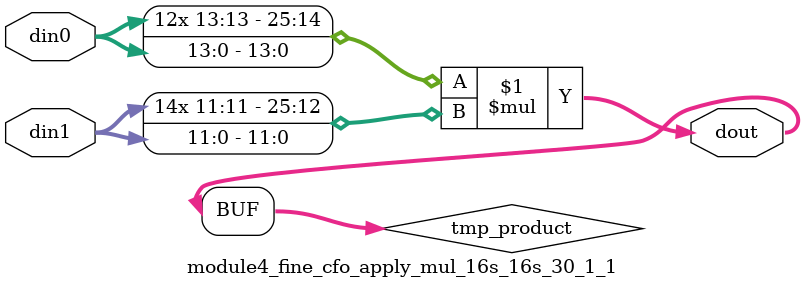
<source format=v>

`timescale 1 ns / 1 ps

 module module4_fine_cfo_apply_mul_16s_16s_30_1_1(din0, din1, dout);
parameter ID = 1;
parameter NUM_STAGE = 0;
parameter din0_WIDTH = 14;
parameter din1_WIDTH = 12;
parameter dout_WIDTH = 26;

input [din0_WIDTH - 1 : 0] din0; 
input [din1_WIDTH - 1 : 0] din1; 
output [dout_WIDTH - 1 : 0] dout;

wire signed [dout_WIDTH - 1 : 0] tmp_product;



























assign tmp_product = $signed(din0) * $signed(din1);








assign dout = tmp_product;





















endmodule

</source>
